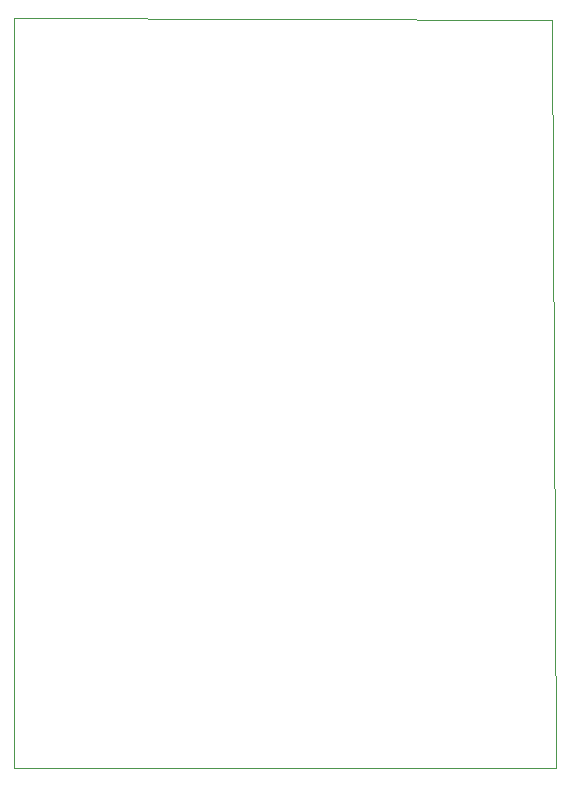
<source format=gbr>
%TF.GenerationSoftware,KiCad,Pcbnew,8.0.0*%
%TF.CreationDate,2024-04-24T20:10:34-07:00*%
%TF.ProjectId,stepper_controller_pcb,73746570-7065-4725-9f63-6f6e74726f6c,rev?*%
%TF.SameCoordinates,Original*%
%TF.FileFunction,Profile,NP*%
%FSLAX46Y46*%
G04 Gerber Fmt 4.6, Leading zero omitted, Abs format (unit mm)*
G04 Created by KiCad (PCBNEW 8.0.0) date 2024-04-24 20:10:34*
%MOMM*%
%LPD*%
G01*
G04 APERTURE LIST*
%TA.AperFunction,Profile*%
%ADD10C,0.050000*%
%TD*%
G04 APERTURE END LIST*
D10*
X80705000Y-122005000D02*
X123135004Y-122005000D01*
X77300000Y-122000000D02*
X80705000Y-122005000D01*
X77250000Y-58550000D02*
X77300000Y-122000000D01*
X123135004Y-122005000D02*
X122800002Y-58665000D01*
X122800002Y-58665000D02*
X77250000Y-58550000D01*
M02*

</source>
